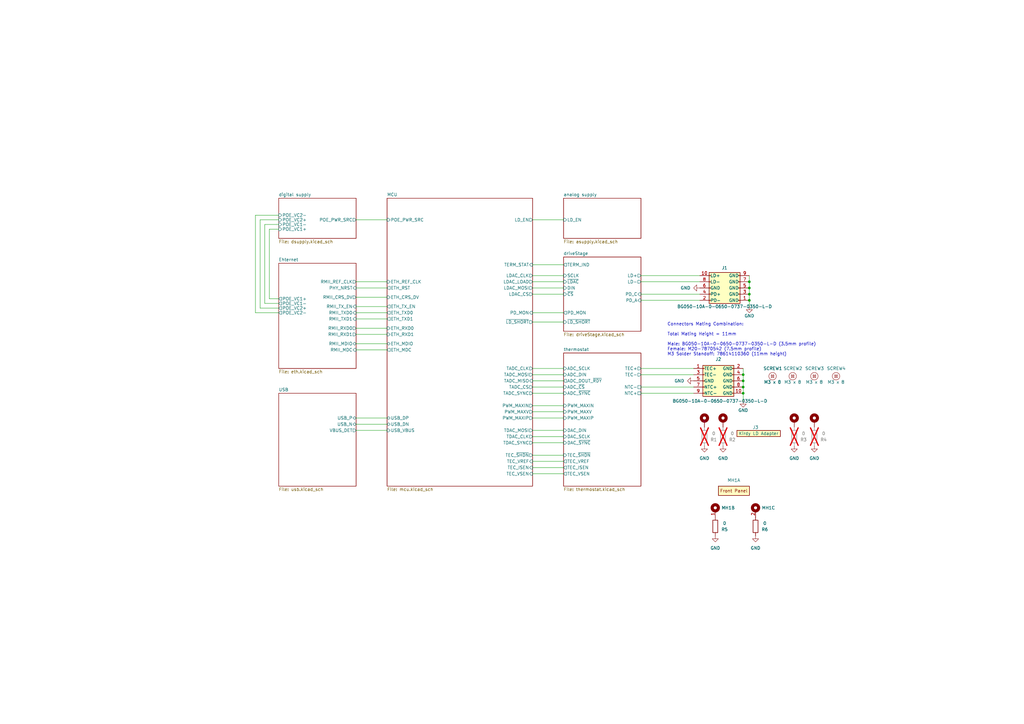
<source format=kicad_sch>
(kicad_sch (version 20230121) (generator eeschema)
  (paper "A3")
  (title_block (title "Kirdy") (date "2023-11-27") (rev "r0_3") (company "M-Labs Limited") (comment 1 "Linus Woo Chun Kit"))
  (lib_symbols
    (symbol "Device:R" (pin_numbers hide) (pin_names (offset 0))
      (property "Reference" "R" (at 2.032 0 90))
      (property "Value" "R" (at 0 0 90))
      (symbol "R_0_1"
        (rectangle (start -1.016 -2.54) (end 1.016 2.54) (stroke (width 0.254)))
      )
      (symbol "R_1_1"
        (pin passive line (at 0 3.81 270) (length 1.27) (name "~") (number "1"))
        (pin passive line (at 0 -3.81 90) (length 1.27) (name "~") (number "2"))
      )
    )
    (symbol "Mechanical:MountingHole_Pad" (pin_numbers hide) (pin_names (offset 1.016) hide)
      (property "Reference" "H" (at 0 6.35 0))
      (property "Value" "MountingHole_Pad" (at 0 4.445 0))
      (symbol "MountingHole_Pad_0_1"
        (circle (center 0 1.27) (radius 1.27) (stroke (width 1.27)))
      )
      (symbol "MountingHole_Pad_1_1"
        (pin input line (at 0 -2.54 90) (length 2.54) (name "1") (number "1"))
      )
    )
    (symbol "Panel_1"
      (property "Reference" "MH" (at 1.27 3.175 0))
      (symbol "Panel_1_1_1"
        (rectangle (start 0 0) (end 12.7 -3.81) (stroke (width 0.254)) (fill (type background)))
        (text "Front Panel" (at 6.35 -1.905 0) (effects (font (size 1.27 1.27))))
      )
      (symbol "Panel_1_2_1"
        (circle (center 0 0) (radius 1.27) (stroke (width 1.27)))
        (pin input line (at 3.81 0 180) (length 2.54) (name "") (number "1"))
      )
      (symbol "Panel_1_3_1"
        (circle (center 0 0) (radius 1.27) (stroke (width 1.27)))
        (pin input line (at 3.81 0 180) (length 2.54) (name "") (number "2"))
      )
    )
    (symbol "kirdy:Kirdy_Adapter_HDR1"
      (property "Reference" "J" (at 5.08 2.54 0))
      (property "Value" "BG050-10A-0-0650-0737-0350-L-D" (at 10.16 -12.7 0))
      (symbol "Kirdy_Adapter_HDR1_1_1"
        (rectangle (start 3.81 -10.033) (end 4.445 -10.287) (stroke (width 0.1524)))
        (rectangle (start 3.81 -7.493) (end 4.445 -7.747) (stroke (width 0.1524)))
        (rectangle (start 3.81 -4.953) (end 4.445 -5.207) (stroke (width 0.1524)))
        (rectangle (start 3.81 -2.413) (end 4.445 -2.667) (stroke (width 0.1524)))
        (rectangle (start 3.81 0.127) (end 4.445 -0.127) (stroke (width 0.1524)))
        (rectangle (start 3.81 1.27) (end 16.51 -11.43) (stroke (width 0.254)) (fill (type background)))
        (rectangle (start 15.875 -10.033) (end 16.51 -10.287) (stroke (width 0.1524)))
        (rectangle (start 15.875 -7.493) (end 16.51 -7.747) (stroke (width 0.1524)))
        (rectangle (start 15.875 -4.953) (end 16.51 -5.207) (stroke (width 0.1524)))
        (rectangle (start 15.875 -2.413) (end 16.51 -2.667) (stroke (width 0.1524)))
        (rectangle (start 15.875 0.127) (end 16.51 -0.127) (stroke (width 0.1524)))
        (pin passive line (at 0 0 0) (length 3.81) (name "TEC+") (number "1"))
        (pin passive line (at 20.32 -10.16 180) (length 3.81) (name "GND") (number "10"))
        (pin passive line (at 20.32 0 180) (length 3.81) (name "GND") (number "2"))
        (pin passive line (at 0 -2.54 0) (length 3.81) (name "TEC-") (number "3"))
        (pin passive line (at 20.32 -2.54 180) (length 3.81) (name "GND") (number "4"))
        (pin passive line (at 0 -5.08 0) (length 3.81) (name "GND") (number "5"))
        (pin passive line (at 20.32 -5.08 180) (length 3.81) (name "GND") (number "6"))
        (pin passive line (at 0 -7.62 0) (length 3.81) (name "NTC+") (number "7"))
        (pin passive line (at 20.32 -7.62 180) (length 3.81) (name "GND") (number "8"))
        (pin passive line (at 0 -10.16 0) (length 3.81) (name "NTC-") (number "9"))
      )
    )
    (symbol "kirdy:Kirdy_Adapter_HDR2"
      (property "Reference" "J" (at 5.08 2.54 0))
      (property "Value" "BG050-10A-0-0650-0737-0350-L-D" (at 10.16 -12.7 0))
      (symbol "Kirdy_Adapter_HDR2_1_1"
        (rectangle (start 3.81 -10.033) (end 4.445 -10.287) (stroke (width 0.1524)))
        (rectangle (start 3.81 -7.493) (end 4.445 -7.747) (stroke (width 0.1524)))
        (rectangle (start 3.81 -4.953) (end 4.445 -5.207) (stroke (width 0.1524)))
        (rectangle (start 3.81 -2.413) (end 4.445 -2.667) (stroke (width 0.1524)))
        (rectangle (start 3.81 0.127) (end 4.445 -0.127) (stroke (width 0.1524)))
        (rectangle (start 3.81 1.27) (end 16.51 -11.43) (stroke (width 0.254)) (fill (type background)))
        (rectangle (start 15.875 -10.033) (end 16.51 -10.287) (stroke (width 0.1524)))
        (rectangle (start 15.875 -7.493) (end 16.51 -7.747) (stroke (width 0.1524)))
        (rectangle (start 15.875 -4.953) (end 16.51 -5.207) (stroke (width 0.1524)))
        (rectangle (start 15.875 -2.413) (end 16.51 -2.667) (stroke (width 0.1524)))
        (rectangle (start 15.875 0.127) (end 16.51 -0.127) (stroke (width 0.1524)))
        (pin passive line (at 0 0 0) (length 3.81) (name "GND") (number "1"))
        (pin passive line (at 20.32 -10.16 180) (length 3.81) (name "LD+") (number "10"))
        (pin passive line (at 20.32 0 180) (length 3.81) (name "PD-") (number "2"))
        (pin passive line (at 0 -2.54 0) (length 3.81) (name "GND") (number "3"))
        (pin passive line (at 20.32 -2.54 180) (length 3.81) (name "PD+") (number "4"))
        (pin passive line (at 0 -5.08 0) (length 3.81) (name "GND") (number "5"))
        (pin passive line (at 20.32 -5.08 180) (length 3.81) (name "GND") (number "6"))
        (pin passive line (at 0 -7.62 0) (length 3.81) (name "GND") (number "7"))
        (pin passive line (at 20.32 -7.62 180) (length 3.81) (name "LD-") (number "8"))
        (pin passive line (at 0 -10.16 0) (length 3.81) (name "GND") (number "9"))
      )
    )
    (symbol "kirdy:Kirdy_LD_Adapter" (pin_names (offset 1.016) hide)
      (property "Reference" "J" (at -6.35 2.54 0))
      (property "Value" "Kirdy_LD_Adapter" (at 1.27 0 0))
      (symbol "Kirdy_LD_Adapter_1_1"
        (rectangle (start -7.62 1.27) (end 10.16 -1.27) (stroke (width 0.254)) (fill (type background)))
      )
    )
    (symbol "kirdy:Panel"
      (property "Reference" "MH" (at 1.27 3.175 0))
      (symbol "Panel_1_1"
        (rectangle (start 0 0) (end 12.7 -3.81) (stroke (width 0.254)) (fill (type background)))
        (text "Front Panel" (at 6.35 -1.905 0) (effects (font (size 1.27 1.27))))
      )
      (symbol "Panel_2_1"
        (circle (center 0 0) (radius 1.27) (stroke (width 1.27)))
        (pin input line (at 3.81 0 180) (length 2.54) (name "") (number "1"))
      )
      (symbol "Panel_3_1"
        (circle (center 0 0) (radius 1.27) (stroke (width 1.27)))
        (pin input line (at 3.81 0 180) (length 2.54) (name "") (number "2"))
      )
    )
    (symbol "kirdy:Screw" (on_board no)
      (property "Reference" "SCREW" (at 3.048 2.54 0))
      (symbol "Screw_0_1"
        (polyline (pts (xy -0.254 0) (xy -0.635 -0.381) (xy -0.381 -0.635) (xy 0 -0.254)))
        (polyline (pts (xy 0 -0.254) (xy 0.381 -0.635) (xy 0.635 -0.381) (xy 0.254 0)))
        (polyline (pts (xy 0 0.254) (xy -0.381 0.635) (xy -0.635 0.381) (xy -0.254 0)))
        (polyline (pts (xy 0.254 0) (xy 0.635 0.381) (xy 0.381 0.635) (xy 0 0.254)))
        (circle (center 0 0) (radius 1.524))
      )
    )
    (symbol "power:GND" (power) (pin_names (offset 0))
      (property "Value" "GND" (at 0 -3.81 0))
      (symbol "GND_0_1"
        (polyline (pts (xy 0 0) (xy 0 -1.27) (xy 1.27 -1.27) (xy 0 -2.54) (xy -1.27 -1.27) (xy 0 -1.27)))
      )
      (symbol "GND_1_1"
        (pin power_in line (at 0 0 270) (length 0) hide (name "GND") (number "1"))
      )
    )
  )
  (junction (at 307.34 118.11))
  (junction (at 304.8 153.67))
  (junction (at 304.8 158.75))
  (junction (at 304.8 161.29))
  (junction (at 307.34 120.65))
  (junction (at 307.34 123.19))
  (junction (at 307.34 115.57))
  (junction (at 304.8 156.21))
  (wire (pts (xy 304.8 153.67) (xy 304.8 156.21)))
  (wire (pts (xy 146.05 176.53) (xy 158.75 176.53)))
  (wire (pts (xy 108.585 92.075) (xy 108.585 124.46)))
  (wire (pts (xy 218.44 168.91) (xy 231.14 168.91)))
  (wire (pts (xy 106.68 126.365) (xy 106.68 90.17)))
  (wire (pts (xy 218.44 176.53) (xy 231.14 176.53)))
  (wire (pts (xy 304.8 151.13) (xy 304.8 153.67)))
  (wire (pts (xy 146.05 125.73) (xy 158.75 125.73)))
  (wire (pts (xy 307.34 115.57) (xy 307.34 118.11)))
  (wire (pts (xy 262.89 123.19) (xy 287.02 123.19)))
  (wire (pts (xy 114.3 122.555) (xy 110.49 122.555)))
  (wire (pts (xy 218.44 151.13) (xy 231.14 151.13)))
  (wire (pts (xy 146.05 173.99) (xy 158.75 173.99)))
  (wire (pts (xy 218.44 161.29) (xy 231.14 161.29)))
  (wire (pts (xy 146.05 115.57) (xy 158.75 115.57)))
  (wire (pts (xy 218.44 90.17) (xy 231.14 90.17)))
  (wire (pts (xy 218.44 171.45) (xy 231.14 171.45)))
  (wire (pts (xy 146.05 140.97) (xy 158.75 140.97)))
  (wire (pts (xy 218.44 194.31) (xy 231.14 194.31)))
  (wire (pts (xy 218.44 166.37) (xy 231.14 166.37)))
  (wire (pts (xy 218.44 189.23) (xy 231.14 189.23)))
  (wire (pts (xy 218.44 179.07) (xy 231.14 179.07)))
  (wire (pts (xy 262.89 161.29) (xy 284.48 161.29)))
  (wire (pts (xy 146.05 121.92) (xy 158.75 121.92)))
  (wire (pts (xy 146.05 171.45) (xy 158.75 171.45)))
  (wire (pts (xy 307.34 120.65) (xy 307.34 123.19)))
  (wire (pts (xy 262.89 113.03) (xy 287.02 113.03)))
  (wire (pts (xy 146.05 90.17) (xy 158.75 90.17)))
  (wire (pts (xy 114.3 92.075) (xy 108.585 92.075)))
  (wire (pts (xy 110.49 93.98) (xy 114.3 93.98)))
  (wire (pts (xy 304.8 156.21) (xy 304.8 158.75)))
  (wire (pts (xy 106.68 90.17) (xy 114.3 90.17)))
  (wire (pts (xy 110.49 122.555) (xy 110.49 93.98)))
  (wire (pts (xy 304.8 158.75) (xy 304.8 161.29)))
  (wire (pts (xy 114.3 88.265) (xy 104.775 88.265)))
  (wire (pts (xy 307.34 123.19) (xy 307.34 125.73)))
  (wire (pts (xy 146.05 130.81) (xy 158.75 130.81)))
  (wire (pts (xy 218.44 115.57) (xy 231.14 115.57)))
  (wire (pts (xy 262.89 120.65) (xy 287.02 120.65)))
  (wire (pts (xy 146.05 118.11) (xy 158.75 118.11)))
  (wire (pts (xy 114.3 126.365) (xy 106.68 126.365)))
  (wire (pts (xy 146.05 128.27) (xy 158.75 128.27)))
  (wire (pts (xy 304.8 161.29) (xy 304.8 164.465)))
  (wire (pts (xy 262.89 158.75) (xy 284.48 158.75)))
  (wire (pts (xy 104.775 88.265) (xy 104.775 128.27)))
  (wire (pts (xy 218.44 132.08) (xy 231.14 132.08)))
  (wire (pts (xy 146.05 134.62) (xy 158.75 134.62)))
  (wire (pts (xy 218.44 118.11) (xy 231.14 118.11)))
  (wire (pts (xy 307.34 113.03) (xy 307.34 115.57)))
  (wire (pts (xy 218.44 156.21) (xy 231.14 156.21)))
  (wire (pts (xy 307.34 118.11) (xy 307.34 120.65)))
  (wire (pts (xy 218.44 128.27) (xy 231.14 128.27)))
  (wire (pts (xy 218.44 186.69) (xy 231.14 186.69)))
  (wire (pts (xy 218.44 153.67) (xy 231.14 153.67)))
  (wire (pts (xy 218.44 108.585) (xy 231.14 108.585)))
  (wire (pts (xy 218.44 181.61) (xy 231.14 181.61)))
  (wire (pts (xy 218.44 158.75) (xy 231.14 158.75)))
  (wire (pts (xy 218.44 120.65) (xy 231.14 120.65)))
  (wire (pts (xy 262.89 151.13) (xy 284.48 151.13)))
  (wire (pts (xy 262.89 153.67) (xy 284.48 153.67)))
  (wire (pts (xy 108.585 124.46) (xy 114.3 124.46)))
  (wire (pts (xy 146.05 143.51) (xy 158.75 143.51)))
  (wire (pts (xy 262.89 115.57) (xy 287.02 115.57)))
  (wire (pts (xy 104.775 128.27) (xy 114.3 128.27)))
  (wire (pts (xy 218.44 191.77) (xy 231.14 191.77)))
  (wire (pts (xy 218.44 113.03) (xy 231.14 113.03)))
  (wire (pts (xy 146.05 137.16) (xy 158.75 137.16)))
  (text "Connectors Mating Combination:\n\nTotal Mating Height = 11mm\n\nMale: BG050-10A-0-0650-0737-0350-L-D (3.5mm profile) \nFemale: M20-7870542 (7.5mm profile) \nM3 Solder Standoff: 78614110360 (11mm height)" (at 273.685 146.05 0) (effects (font (size 1.27 1.27)) (justify left bottom)))
  (symbol (lib_id "power:GND") (at 309.88 219.71 0) (unit 1)
    (property "Reference" "#PWR010" (effects hide))
    (property "Value" "GND" (at 309.88 224.79 0))
  )
  (symbol (lib_id "kirdy:Screw") (at 334.01 154.305 0) (unit 1) (on_board no)
    (property "Reference" "SCREW3" (at 330.2 151.13 0) (effects (justify left)))
    (property "Value" "M3 x 8" (at 334.01 156.718 0))
    (property "MFR_PN" "FH4-M3-8" (effects hide))
  )
  (symbol (lib_id "Device:R") (at 296.545 179.07 180) (unit 1) (dnp yes)
    (property "Reference" "R2" (at 300.355 180.34 0))
    (property "Value" "0" (at 300.355 177.8 0))
    (property "Footprint" "Resistor_SMD:R_0603_1608Metric" (effects hide))
    (property "MFR_PN" "RMCF0603ZT0R00" (effects hide))
    (property "MFR_PN_ALT" "CR0603-J/-000ELF" (effects hide))
  )
  (symbol (lib_id "Device:R") (at 293.37 215.9 180) (unit 1)
    (property "Reference" "R5" (at 297.18 217.17 0))
    (property "Value" "0" (at 297.18 214.63 0))
    (property "Footprint" "Resistor_SMD:R_0603_1608Metric" (effects hide))
    (property "MFR_PN" "RMCF0603ZT0R00" (effects hide))
    (property "MFR_PN_ALT" "CR0603-J/-000ELF" (effects hide))
  )
  (symbol (lib_id "kirdy:Kirdy_LD_Adapter") (at 309.88 177.8 0) (unit 1)
    (property "Reference" "J3" (at 309.88 175.26 0))
    (property "Value" "Kirdy LD Adapter" (at 311.15 177.8 0))
    (property "Footprint" "kirdy:Kirdy_LD_Adapter" (effects hide))
    (property "MFR_PN" "Kirdy_LD_Adapter_PCB" (effects hide))
  )
  (symbol (lib_id "kirdy:Panel") (at 309.88 208.28 270) (unit 3)
    (property "Reference" "MH1" (at 312.42 208.28 90) (effects (justify left)))
    (property "Value" "Kirdy Front Panel" (effects hide))
    (property "Footprint" "kirdy:Panel" (effects hide))
    (property "MFR_PN" "Kirdy Front Panel" (effects hide))
  )
  (symbol (lib_id "kirdy:Screw") (at 316.865 154.305 0) (unit 1) (on_board no)
    (property "Reference" "SCREW1" (at 313.055 151.13 0) (effects (justify left)))
    (property "Value" "M3 x 8" (at 316.865 156.718 0))
    (property "MFR_PN" "FH4-M3-8" (effects hide))
  )
  (symbol (lib_id "kirdy:Kirdy_Adapter_HDR2") (at 307.34 123.19 180) (unit 1)
    (property "Reference" "J1" (at 297.18 109.855 0))
    (property "Value" "BG050-10A-0-0650-0737-0350-L-D" (at 297.18 125.73 0))
    (property "Footprint" "kirdy:BG050-10A-0-0650-0737-0350-L-D" (effects hide))
    (property "MFR_PN" "BG050-10A-0-0650-0737-0350-L-D" (effects hide))
    (property "MFR_PN_ALT" "BG050-10A-0-0450-0737-0350-L-D " (effects hide))
  )
  (symbol (lib_name "Panel_1") (lib_id "kirdy:Panel") (at 294.64 199.39 0) (unit 1)
    (property "Reference" "MH1" (at 300.99 196.977 0))
    (property "Value" "Kirdy Front Panel" (effects hide))
    (property "Footprint" "kirdy:Panel" (effects hide))
    (property "MFR_PN" "Kirdy Front Panel" (effects hide))
  )
  (symbol (lib_id "power:GND") (at 307.34 125.73 0) (unit 1)
    (property "Reference" "#PWR02" (effects hide))
    (property "Value" "GND" (at 307.34 129.54 0))
  )
  (symbol (lib_id "kirdy:Screw") (at 342.9 154.305 0) (unit 1) (on_board no)
    (property "Reference" "SCREW4" (at 339.09 151.13 0) (effects (justify left)))
    (property "Value" "M3 x 8" (at 342.9 156.718 0))
    (property "MFR_PN" "FH4-M3-8" (effects hide))
  )
  (symbol (lib_id "Mechanical:MountingHole_Pad") (at 325.755 172.72 0) (unit 1)
    (property "Reference" "H3" (effects hide))
    (property "Value" "78614110360" (effects hide))
    (property "Footprint" "Mounting_Wuerth:Mounting_Wuerth_WA-SMSI-M3_H11mm_9774110360" (effects hide))
    (property "MFR_PN" "78614110360" (effects hide))
    (property "MFT_PN_ALT" "9774110360R" (effects hide))
  )
  (symbol (lib_id "power:GND") (at 287.02 118.11 270) (unit 1)
    (property "Reference" "#PWR01" (effects hide))
    (property "Value" "GND" (at 283.21 118.11 90) (effects (justify right)))
  )
  (symbol (lib_id "Mechanical:MountingHole_Pad") (at 288.925 172.72 0) (unit 1)
    (property "Reference" "H1" (effects hide))
    (property "Value" "78614110360" (effects hide))
    (property "Footprint" "Mounting_Wuerth:Mounting_Wuerth_WA-SMSI-M3_H11mm_9774110360" (effects hide))
    (property "Datasheet" "~" (at 288.925 172.72 0))
    (property "MFR_PN" "78614110360" (effects hide))
    (property "MFR_PN_ALT" "9774110360R" (effects hide))
  )
  (symbol (lib_id "Device:R") (at 325.755 179.07 180) (unit 1) (dnp yes)
    (property "Reference" "R3" (at 329.565 180.34 0))
    (property "Value" "0" (at 329.565 177.8 0))
    (property "Footprint" "Resistor_SMD:R_0603_1608Metric" (effects hide))
    (property "MFR_PN" "RMCF0603ZT0R00" (effects hide))
    (property "MFR_PN_ALT" "CR0603-J/-000ELF" (effects hide))
  )
  (symbol (lib_id "power:GND") (at 296.545 182.88 0) (unit 1)
    (property "Reference" "#PWR06" (effects hide))
    (property "Value" "GND" (at 296.545 187.96 0))
  )
  (symbol (lib_id "power:GND") (at 288.925 182.88 0) (unit 1)
    (property "Reference" "#PWR05" (effects hide))
    (property "Value" "GND" (at 288.925 187.96 0))
  )
  (symbol (lib_id "Mechanical:MountingHole_Pad") (at 334.01 172.72 0) (unit 1)
    (property "Reference" "H4" (effects hide))
    (property "Value" "78614110360" (effects hide))
    (property "Footprint" "Mounting_Wuerth:Mounting_Wuerth_WA-SMSI-M3_H11mm_9774110360" (effects hide))
    (property "MFR_PN" "78614110360" (effects hide))
    (property "MFR_PN_ALT" "9774110360R" (effects hide))
  )
  (symbol (lib_id "Mechanical:MountingHole_Pad") (at 296.545 172.72 0) (unit 1)
    (property "Reference" "H2" (effects hide))
    (property "Value" "78614110360" (effects hide))
    (property "Footprint" "Mounting_Wuerth:Mounting_Wuerth_WA-SMSI-M3_H11mm_9774110360" (effects hide))
    (property "MFR_PN" "78614110360" (effects hide))
    (property "MFR_PN_ALT" "9774110360R" (effects hide))
  )
  (symbol (lib_id "power:GND") (at 334.01 182.88 0) (unit 1)
    (property "Reference" "#PWR08" (effects hide))
    (property "Value" "GND" (at 334.01 187.96 0))
  )
  (symbol (lib_id "kirdy:Screw") (at 325.12 154.305 0) (unit 1) (on_board no)
    (property "Reference" "SCREW2" (at 321.31 151.13 0) (effects (justify left)))
    (property "Value" "M3 x 8" (at 325.12 156.718 0))
    (property "MFR_PN" "FH4-M3-8" (effects hide))
  )
  (symbol (lib_id "Device:R") (at 334.01 179.07 180) (unit 1) (dnp yes)
    (property "Reference" "R4" (at 337.82 180.34 0))
    (property "Value" "0" (at 337.82 177.8 0))
    (property "Footprint" "Resistor_SMD:R_0603_1608Metric" (effects hide))
    (property "MFR_PN" "RMCF0603ZT0R00" (effects hide))
    (property "MFR_PN_ALT" "CR0603-J/-000ELF" (effects hide))
  )
  (symbol (lib_id "power:GND") (at 293.37 219.71 0) (unit 1)
    (property "Reference" "#PWR09" (effects hide))
    (property "Value" "GND" (at 293.37 224.79 0))
  )
  (symbol (lib_id "power:GND") (at 284.48 156.21 270) (unit 1)
    (property "Reference" "#PWR03" (effects hide))
    (property "Value" "GND" (at 280.67 156.21 90) (effects (justify right)))
  )
  (symbol (lib_id "Device:R") (at 288.925 179.07 180) (unit 1) (dnp yes)
    (property "Reference" "R1" (at 292.735 180.34 0))
    (property "Value" "0" (at 292.735 177.8 0))
    (property "Footprint" "Resistor_SMD:R_0603_1608Metric" (effects hide))
    (property "MFR_PN" "RMCF0603ZT0R00" (effects hide))
    (property "MFR_PN_ALT" "CR0603-J/-000ELF" (effects hide))
  )
  (symbol (lib_id "kirdy:Panel") (at 293.37 208.28 270) (unit 2)
    (property "Reference" "MH1" (at 295.91 208.28 90) (effects (justify left)))
    (property "Value" "Kirdy Front Panel" (effects hide))
    (property "Footprint" "kirdy:Panel" (effects hide))
    (property "MFR_PN" "Kirdy Front Panel" (effects hide))
  )
  (symbol (lib_id "kirdy:Kirdy_Adapter_HDR1") (at 284.48 151.13 0) (unit 1)
    (property "Reference" "J2" (at 294.64 147.32 0))
    (property "Value" "BG050-10A-0-0650-0737-0350-L-D" (at 295.275 164.465 0))
    (property "Footprint" "kirdy:BG050-10A-0-0650-0737-0350-L-D" (effects hide))
    (property "MFR_PN" "BG050-10A-0-0650-0737-0350-L-D" (effects hide))
    (property "MFR_PN_ALT" "BG050-10A-0-0450-0737-0350-L-D " (effects hide))
  )
  (symbol (lib_id "power:GND") (at 304.8 164.465 0) (unit 1)
    (property "Reference" "#PWR04" (effects hide))
    (property "Value" "GND" (at 304.8 168.275 0))
  )
  (symbol (lib_id "power:GND") (at 325.755 182.88 0) (unit 1)
    (property "Reference" "#PWR07" (effects hide))
    (property "Value" "GND" (at 325.755 187.96 0))
  )
  (symbol (lib_id "Device:R") (at 309.88 215.9 180) (unit 1)
    (property "Reference" "R6" (at 313.69 217.17 0))
    (property "Value" "0" (at 313.69 214.63 0))
    (property "Footprint" "Resistor_SMD:R_0603_1608Metric" (effects hide))
    (property "MFR_PN" "RMCF0603ZT0R00" (effects hide))
    (property "MFR_PN_ALT" "CR0603-J/-000ELF" (effects hide))
  )
  (sheet (at 114.3 107.95) (size 31.75 43.18) (stroke (width 0.1524))
    (property "Sheetname" "Ehternet" (at 114.3 107.2384 0) (effects (justify left bottom)))
    (property "Sheetfile" "eth.kicad_sch" (at 114.3 151.7146 0) (effects (justify left top)))
    (pin "RMII_MDIO" bidirectional (at 146.05 140.97 0))
    (pin "PHY_NRST" input (at 146.05 118.11 0))
    (pin "RMII_MDC" input (at 146.05 143.51 0))
    (pin "RMII_CRS_DV" output (at 146.05 121.92 0))
    (pin "RMII_TX_EN" input (at 146.05 125.73 0))
    (pin "RMII_TXD0" input (at 146.05 128.27 0))
    (pin "RMII_TXD1" input (at 146.05 130.81 0))
    (pin "RMII_RXD0" output (at 146.05 134.62 0))
    (pin "RMII_RXD1" output (at 146.05 137.16 0))
    (pin "RMII_REF_CLK" output (at 146.05 115.57 0))
    (pin "POE_VC1+" output (at 114.3 122.555 180))
    (pin "POE_VC1-" output (at 114.3 124.46 180))
    (pin "POE_VC2+" output (at 114.3 126.365 180))
    (pin "POE_VC2-" output (at 114.3 128.27 180))
  )
  (sheet (at 114.3 161.29) (size 31.75 38.1) (stroke (width 0.1524))
    (property "Sheetname" "USB" (at 114.3 160.5784 0) (effects (justify left bottom)))
    (property "Sheetfile" "usb.kicad_sch" (at 114.3 199.9746 0) (effects (justify left top)))
    (pin "USB_N" bidirectional (at 146.05 173.99 0))
    (pin "USB_P" bidirectional (at 146.05 171.45 0))
    (pin "VBUS_DET" output (at 146.05 176.53 0))
  )
  (sheet (at 231.14 105.41) (size 31.75 30.48) (stroke (width 0.1524))
    (property "Sheetname" "driveStage" (at 231.14 104.6984 0) (effects (justify left bottom)))
    (property "Sheetfile" "driveStage.kicad_sch" (at 231.14 136.4746 0) (effects (justify left top)))
    (pin "LD-" output (at 262.89 115.57 0))
    (pin "LD+" output (at 262.89 113.03 0))
    (pin "SCLK" input (at 231.14 113.03 180))
    (pin "DIN" input (at 231.14 118.11 180))
    (pin "~{LDAC}" input (at 231.14 115.57 180))
    (pin "~{CS}" input (at 231.14 120.65 180))
    (pin "PD_A" input (at 262.89 123.19 0))
    (pin "PD_C" input (at 262.89 120.65 0))
    (pin "PD_MON" output (at 231.14 128.27 180))
    (pin "~{LD_SHORT}" input (at 231.14 132.08 180))
    (pin "TERM_IND" output (at 231.14 108.585 180))
  )
  (sheet (at 114.3 81.28) (size 31.75 16.51) (stroke (width 0.1524))
    (property "Sheetname" "digital supply" (at 114.3 80.5684 0) (effects (justify left bottom)))
    (property "Sheetfile" "dsupply.kicad_sch" (at 114.3 98.3746 0) (effects (justify left top)))
    (pin "POE_PWR_SRC" output (at 146.05 90.17 0))
    (pin "POE_VC1-" input (at 114.3 92.075 180))
    (pin "POE_VC2-" input (at 114.3 88.265 180))
    (pin "POE_VC1+" input (at 114.3 93.98 180))
    (pin "POE_VC2+" input (at 114.3 90.17 180))
  )
  (sheet (at 231.14 144.78) (size 31.75 54.61) (stroke (width 0.1524))
    (property "Sheetname" "thermostat" (at 231.14 144.0684 0) (effects (justify left bottom)))
    (property "Sheetfile" "thermostat.kicad_sch" (at 231.14 199.9746 0) (effects (justify left top)))
    (pin "TEC-" output (at 262.89 153.67 0))
    (pin "TEC+" output (at 262.89 151.13 0))
    (pin "NTC-" passive (at 262.89 158.75 0))
    (pin "NTC+" passive (at 262.89 161.29 0))
    (pin "DAC_~{SYNC}" input (at 231.14 181.61 180))
    (pin "DAC_SCLK" input (at 231.14 179.07 180))
    (pin "DAC_DIN" input (at 231.14 176.53 180))
    (pin "PWM_MAXV" input (at 231.14 168.91 180))
    (pin "ADC_SCLK" input (at 231.14 151.13 180))
    (pin "ADC_DIN" input (at 231.14 153.67 180))
    (pin "ADC_DOUT_~{RDY}" output (at 231.14 156.21 180))
    (pin "ADC_~{CS}" input (at 231.14 158.75 180))
    (pin "ADC_~{SYNC}" input (at 231.14 161.29 180))
    (pin "PWM_MAXIN" input (at 231.14 166.37 180))
    (pin "PWM_MAXIP" input (at 231.14 171.45 180))
    (pin "TEC_~{SHDN}" input (at 231.14 186.69 180))
    (pin "TEC_ISEN" output (at 231.14 191.77 180))
    (pin "TEC_VREF" output (at 231.14 189.23 180))
    (pin "TEC_VSEN" output (at 231.14 194.31 180))
  )
  (sheet (at 231.14 81.28) (size 31.75 16.51) (stroke (width 0.1524))
    (property "Sheetname" "analog supply" (at 231.14 80.5684 0) (effects (justify left bottom)))
    (property "Sheetfile" "asupply.kicad_sch" (at 231.14 98.3746 0) (effects (justify left top)))
    (pin "LD_EN" input (at 231.14 90.17 180))
  )
  (sheet (at 158.75 81.28) (size 59.69 118.11) (stroke (width 0.1524))
    (property "Sheetname" "MCU" (at 158.75 80.5684 0) (effects (justify left bottom)))
    (property "Sheetfile" "mcu.kicad_sch" (at 158.75 199.9746 0) (effects (justify left top)))
    (pin "ETH_RST" output (at 158.75 118.11 180))
    (pin "ETH_MDIO" bidirectional (at 158.75 140.97 180))
    (pin "PD_MON" input (at 218.44 128.27 0))
    (pin "TEC_~{SHDN}" output (at 218.44 186.69 0))
    (pin "TEC_VREF" input (at 218.44 189.23 0))
    (pin "ETH_CRS_DV" input (at 158.75 121.92 180))
    (pin "USB_VBUS" input (at 158.75 176.53 180))
    (pin "TEC_ISEN" input (at 218.44 191.77 0))
    (pin "TEC_VSEN" input (at 218.44 194.31 0))
    (pin "USB_DP" bidirectional (at 158.75 171.45 180))
    (pin "USB_DN" bidirectional (at 158.75 173.99 180))
    (pin "TADC_CS" output (at 218.44 158.75 0))
    (pin "LDAC_CLK" output (at 218.44 113.03 0))
    (pin "ETH_TX_EN" output (at 158.75 125.73 180))
    (pin "ETH_TXD0" output (at 158.75 128.27 180))
    (pin "ETH_TXD1" output (at 158.75 130.81 180))
    (pin "LDAC_LOAD" output (at 218.44 115.57 0))
    (pin "POE_PWR_SRC" input (at 158.75 90.17 180))
    (pin "ETH_RXD0" input (at 158.75 134.62 180))
    (pin "ETH_RXD1" input (at 158.75 137.16 180))
    (pin "LDAC_MOSI" output (at 218.44 118.11 0))
    (pin "TADC_MOSI" output (at 218.44 153.67 0))
    (pin "TADC_MISO" input (at 218.44 156.21 0))
    (pin "PWM_MAXIP" output (at 218.44 171.45 0))
    (pin "ETH_MDC" output (at 158.75 143.51 180))
    (pin "LDAC_CS" output (at 218.44 120.65 0))
    (pin "TADC_SYNC" output (at 218.44 161.29 0))
    (pin "TDAC_CLK" output (at 218.44 179.07 0))
    (pin "TDAC_SYNC" output (at 218.44 181.61 0))
    (pin "TDAC_MOSI" output (at 218.44 176.53 0))
    (pin "PWM_MAXIN" output (at 218.44 166.37 0))
    (pin "PWM_MAXV" output (at 218.44 168.91 0))
    (pin "TADC_CLK" output (at 218.44 151.13 0))
    (pin "ETH_REF_CLK" input (at 158.75 115.57 180))
    (pin "LD_EN" output (at 218.44 90.17 0))
    (pin "~{LD_SHORT}" output (at 218.44 132.08 0))
    (pin "TERM_STAT" input (at 218.44 108.585 0))
  )
)
</source>
